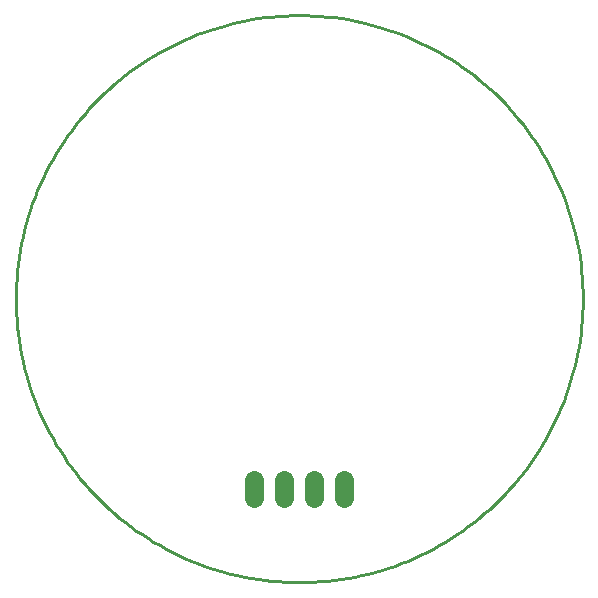
<source format=gbs>
G75*
%MOIN*%
%OFA0B0*%
%FSLAX25Y25*%
%IPPOS*%
%LPD*%
%AMOC8*
5,1,8,0,0,1.08239X$1,22.5*
%
%ADD10C,0.01000*%
%ADD11C,0.06400*%
D10*
X0005437Y0099925D02*
X0005465Y0102244D01*
X0005551Y0104561D01*
X0005693Y0106876D01*
X0005892Y0109186D01*
X0006148Y0111491D01*
X0006460Y0113789D01*
X0006828Y0116079D01*
X0007253Y0118359D01*
X0007733Y0120627D01*
X0008269Y0122884D01*
X0008860Y0125126D01*
X0009506Y0127353D01*
X0010206Y0129564D01*
X0010960Y0131757D01*
X0011768Y0133931D01*
X0012629Y0136084D01*
X0013543Y0138215D01*
X0014509Y0140324D01*
X0015526Y0142408D01*
X0016594Y0144466D01*
X0017712Y0146498D01*
X0018880Y0148502D01*
X0020096Y0150476D01*
X0021361Y0152420D01*
X0022673Y0154332D01*
X0024032Y0156211D01*
X0025436Y0158057D01*
X0026885Y0159868D01*
X0028378Y0161642D01*
X0029914Y0163379D01*
X0031492Y0165078D01*
X0033112Y0166738D01*
X0034772Y0168358D01*
X0036471Y0169936D01*
X0038208Y0171472D01*
X0039982Y0172965D01*
X0041793Y0174414D01*
X0043639Y0175818D01*
X0045518Y0177177D01*
X0047430Y0178489D01*
X0049374Y0179754D01*
X0051348Y0180970D01*
X0053352Y0182138D01*
X0055384Y0183256D01*
X0057442Y0184324D01*
X0059526Y0185341D01*
X0061635Y0186307D01*
X0063766Y0187221D01*
X0065919Y0188082D01*
X0068093Y0188890D01*
X0070286Y0189644D01*
X0072497Y0190344D01*
X0074724Y0190990D01*
X0076966Y0191581D01*
X0079223Y0192117D01*
X0081491Y0192597D01*
X0083771Y0193022D01*
X0086061Y0193390D01*
X0088359Y0193702D01*
X0090664Y0193958D01*
X0092974Y0194157D01*
X0095289Y0194299D01*
X0097606Y0194385D01*
X0099925Y0194413D01*
X0102244Y0194385D01*
X0104561Y0194299D01*
X0106876Y0194157D01*
X0109186Y0193958D01*
X0111491Y0193702D01*
X0113789Y0193390D01*
X0116079Y0193022D01*
X0118359Y0192597D01*
X0120627Y0192117D01*
X0122884Y0191581D01*
X0125126Y0190990D01*
X0127353Y0190344D01*
X0129564Y0189644D01*
X0131757Y0188890D01*
X0133931Y0188082D01*
X0136084Y0187221D01*
X0138215Y0186307D01*
X0140324Y0185341D01*
X0142408Y0184324D01*
X0144466Y0183256D01*
X0146498Y0182138D01*
X0148502Y0180970D01*
X0150476Y0179754D01*
X0152420Y0178489D01*
X0154332Y0177177D01*
X0156211Y0175818D01*
X0158057Y0174414D01*
X0159868Y0172965D01*
X0161642Y0171472D01*
X0163379Y0169936D01*
X0165078Y0168358D01*
X0166738Y0166738D01*
X0168358Y0165078D01*
X0169936Y0163379D01*
X0171472Y0161642D01*
X0172965Y0159868D01*
X0174414Y0158057D01*
X0175818Y0156211D01*
X0177177Y0154332D01*
X0178489Y0152420D01*
X0179754Y0150476D01*
X0180970Y0148502D01*
X0182138Y0146498D01*
X0183256Y0144466D01*
X0184324Y0142408D01*
X0185341Y0140324D01*
X0186307Y0138215D01*
X0187221Y0136084D01*
X0188082Y0133931D01*
X0188890Y0131757D01*
X0189644Y0129564D01*
X0190344Y0127353D01*
X0190990Y0125126D01*
X0191581Y0122884D01*
X0192117Y0120627D01*
X0192597Y0118359D01*
X0193022Y0116079D01*
X0193390Y0113789D01*
X0193702Y0111491D01*
X0193958Y0109186D01*
X0194157Y0106876D01*
X0194299Y0104561D01*
X0194385Y0102244D01*
X0194413Y0099925D01*
X0194385Y0097606D01*
X0194299Y0095289D01*
X0194157Y0092974D01*
X0193958Y0090664D01*
X0193702Y0088359D01*
X0193390Y0086061D01*
X0193022Y0083771D01*
X0192597Y0081491D01*
X0192117Y0079223D01*
X0191581Y0076966D01*
X0190990Y0074724D01*
X0190344Y0072497D01*
X0189644Y0070286D01*
X0188890Y0068093D01*
X0188082Y0065919D01*
X0187221Y0063766D01*
X0186307Y0061635D01*
X0185341Y0059526D01*
X0184324Y0057442D01*
X0183256Y0055384D01*
X0182138Y0053352D01*
X0180970Y0051348D01*
X0179754Y0049374D01*
X0178489Y0047430D01*
X0177177Y0045518D01*
X0175818Y0043639D01*
X0174414Y0041793D01*
X0172965Y0039982D01*
X0171472Y0038208D01*
X0169936Y0036471D01*
X0168358Y0034772D01*
X0166738Y0033112D01*
X0165078Y0031492D01*
X0163379Y0029914D01*
X0161642Y0028378D01*
X0159868Y0026885D01*
X0158057Y0025436D01*
X0156211Y0024032D01*
X0154332Y0022673D01*
X0152420Y0021361D01*
X0150476Y0020096D01*
X0148502Y0018880D01*
X0146498Y0017712D01*
X0144466Y0016594D01*
X0142408Y0015526D01*
X0140324Y0014509D01*
X0138215Y0013543D01*
X0136084Y0012629D01*
X0133931Y0011768D01*
X0131757Y0010960D01*
X0129564Y0010206D01*
X0127353Y0009506D01*
X0125126Y0008860D01*
X0122884Y0008269D01*
X0120627Y0007733D01*
X0118359Y0007253D01*
X0116079Y0006828D01*
X0113789Y0006460D01*
X0111491Y0006148D01*
X0109186Y0005892D01*
X0106876Y0005693D01*
X0104561Y0005551D01*
X0102244Y0005465D01*
X0099925Y0005437D01*
X0097606Y0005465D01*
X0095289Y0005551D01*
X0092974Y0005693D01*
X0090664Y0005892D01*
X0088359Y0006148D01*
X0086061Y0006460D01*
X0083771Y0006828D01*
X0081491Y0007253D01*
X0079223Y0007733D01*
X0076966Y0008269D01*
X0074724Y0008860D01*
X0072497Y0009506D01*
X0070286Y0010206D01*
X0068093Y0010960D01*
X0065919Y0011768D01*
X0063766Y0012629D01*
X0061635Y0013543D01*
X0059526Y0014509D01*
X0057442Y0015526D01*
X0055384Y0016594D01*
X0053352Y0017712D01*
X0051348Y0018880D01*
X0049374Y0020096D01*
X0047430Y0021361D01*
X0045518Y0022673D01*
X0043639Y0024032D01*
X0041793Y0025436D01*
X0039982Y0026885D01*
X0038208Y0028378D01*
X0036471Y0029914D01*
X0034772Y0031492D01*
X0033112Y0033112D01*
X0031492Y0034772D01*
X0029914Y0036471D01*
X0028378Y0038208D01*
X0026885Y0039982D01*
X0025436Y0041793D01*
X0024032Y0043639D01*
X0022673Y0045518D01*
X0021361Y0047430D01*
X0020096Y0049374D01*
X0018880Y0051348D01*
X0017712Y0053352D01*
X0016594Y0055384D01*
X0015526Y0057442D01*
X0014509Y0059526D01*
X0013543Y0061635D01*
X0012629Y0063766D01*
X0011768Y0065919D01*
X0010960Y0068093D01*
X0010206Y0070286D01*
X0009506Y0072497D01*
X0008860Y0074724D01*
X0008269Y0076966D01*
X0007733Y0079223D01*
X0007253Y0081491D01*
X0006828Y0083771D01*
X0006460Y0086061D01*
X0006148Y0088359D01*
X0005892Y0090664D01*
X0005693Y0092974D01*
X0005551Y0095289D01*
X0005465Y0097606D01*
X0005437Y0099925D01*
D11*
X0084925Y0039500D02*
X0084925Y0033500D01*
X0094925Y0033500D02*
X0094925Y0039500D01*
X0104925Y0039500D02*
X0104925Y0033500D01*
X0114925Y0033500D02*
X0114925Y0039500D01*
M02*

</source>
